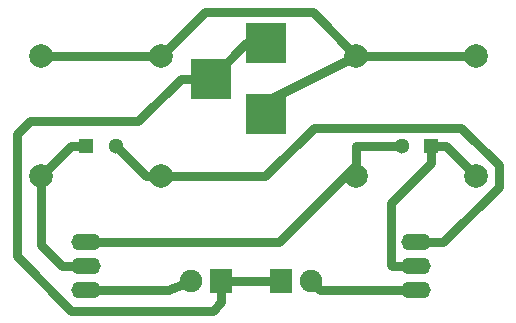
<source format=gbr>
G04 #@! TF.FileFunction,Copper,L2,Bot,Signal*
%FSLAX46Y46*%
G04 Gerber Fmt 4.6, Leading zero omitted, Abs format (unit mm)*
G04 Created by KiCad (PCBNEW 4.0.4+e1-6308~48~ubuntu14.04.1-stable) date Thu Nov 10 21:16:40 2016*
%MOMM*%
%LPD*%
G01*
G04 APERTURE LIST*
%ADD10C,0.100000*%
%ADD11R,3.500120X3.500120*%
%ADD12R,1.900000X2.000000*%
%ADD13C,1.900000*%
%ADD14O,2.500000X1.400000*%
%ADD15R,1.300000X1.300000*%
%ADD16C,1.300000*%
%ADD17C,1.998980*%
%ADD18C,0.787400*%
%ADD19C,0.800100*%
G04 APERTURE END LIST*
D10*
D11*
X101600000Y-69700140D03*
X101600000Y-63700660D03*
X96901000Y-66700400D03*
D12*
X97790000Y-83820000D03*
D13*
X95250000Y-83820000D03*
D12*
X102870000Y-83820000D03*
D13*
X105410000Y-83820000D03*
D14*
X86360000Y-82550000D03*
X86360000Y-80550000D03*
X86360000Y-84550000D03*
X114300000Y-82550000D03*
X114300000Y-80550000D03*
X114300000Y-84550000D03*
D15*
X86360000Y-72390000D03*
D16*
X88860000Y-72390000D03*
D15*
X115570000Y-72390000D03*
D16*
X113070000Y-72390000D03*
D17*
X119380000Y-64770000D03*
X119380000Y-74930000D03*
X109220000Y-64770000D03*
X109220000Y-74930000D03*
X92710000Y-64770000D03*
X92710000Y-74930000D03*
X82550000Y-64770000D03*
X82550000Y-74930000D03*
D18*
X92710000Y-74930000D02*
X91400000Y-74930000D01*
X91400000Y-74930000D02*
X88860000Y-72390000D01*
X114300000Y-80550000D02*
X116573764Y-80550000D01*
X118102063Y-70838299D02*
X105585023Y-70838299D01*
X116573764Y-80550000D02*
X121281191Y-75842573D01*
X121281191Y-75842573D02*
X121281191Y-74017427D01*
X121281191Y-74017427D02*
X118102063Y-70838299D01*
X105585023Y-70838299D02*
X101493322Y-74930000D01*
X101493322Y-74930000D02*
X94123492Y-74930000D01*
X94123492Y-74930000D02*
X92710000Y-74930000D01*
X82550000Y-74930000D02*
X82550000Y-80777400D01*
X82550000Y-80777400D02*
X84322600Y-82550000D01*
X84322600Y-82550000D02*
X86360000Y-82550000D01*
X86360000Y-72390000D02*
X85090000Y-72390000D01*
X85090000Y-72390000D02*
X82550000Y-74930000D01*
D19*
X85758571Y-82550000D02*
X86360000Y-82550000D01*
X87140100Y-80550000D02*
X86360000Y-80550000D01*
X102687236Y-80550000D02*
X87140100Y-80550000D01*
X109220000Y-74017236D02*
X102687236Y-80550000D01*
X109220000Y-72390000D02*
X109220000Y-74017236D01*
X109220000Y-72390000D02*
X113070000Y-72390000D01*
D18*
X115570000Y-72390000D02*
X116840000Y-72390000D01*
X116840000Y-72390000D02*
X119380000Y-74930000D01*
X115570000Y-72390000D02*
X115570000Y-73827400D01*
X115570000Y-73827400D02*
X112148290Y-77249110D01*
X112148290Y-77249110D02*
X112148290Y-82435690D01*
X112148290Y-82435690D02*
X112262600Y-82550000D01*
X112262600Y-82550000D02*
X114300000Y-82550000D01*
X97790000Y-83820000D02*
X102870000Y-83820000D01*
X96901000Y-66700400D02*
X94363540Y-66700400D01*
X94363540Y-66700400D02*
X90752931Y-70311009D01*
X90752931Y-70311009D02*
X81552083Y-70311009D01*
X81552083Y-70311009D02*
X80471009Y-71392083D01*
X80471009Y-71392083D02*
X80471009Y-81727616D01*
X80471009Y-81727616D02*
X85072903Y-86329510D01*
X85072903Y-86329510D02*
X97067890Y-86329510D01*
X97067890Y-86329510D02*
X97790000Y-85607400D01*
X97790000Y-85607400D02*
X97790000Y-83820000D01*
X101600000Y-63700660D02*
X99900740Y-63700660D01*
X99900740Y-63700660D02*
X96901000Y-66700400D01*
D19*
X86360000Y-84550000D02*
X93250000Y-84550000D01*
X93250000Y-84550000D02*
X95250000Y-83820000D01*
X114300000Y-84550000D02*
X106140000Y-84550000D01*
X106140000Y-84550000D02*
X105410000Y-83820000D01*
D18*
X109220000Y-64770000D02*
X105498899Y-61048899D01*
X105498899Y-61048899D02*
X96431101Y-61048899D01*
X96431101Y-61048899D02*
X93709489Y-63770511D01*
X93709489Y-63770511D02*
X92710000Y-64770000D01*
D19*
X109220000Y-64770000D02*
X101600000Y-68580000D01*
X101600000Y-68580000D02*
X101600000Y-69700140D01*
X92710000Y-64770000D02*
X82550000Y-64770000D01*
X119380000Y-64770000D02*
X109220000Y-64770000D01*
M02*

</source>
